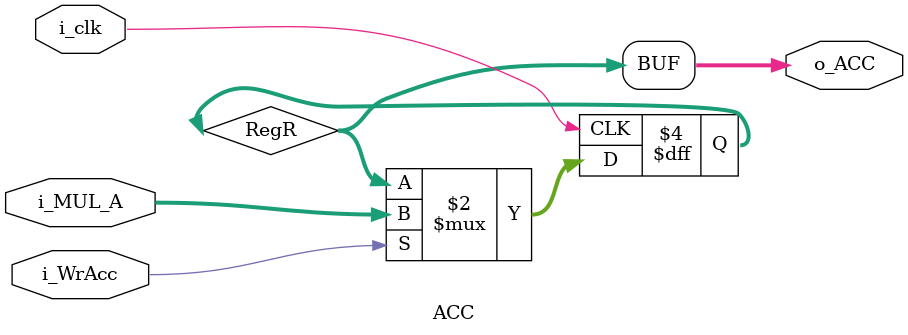
<source format=v>
`timescale 1ns / 1ps

module ACC
#( 
  //parametros
  parameter	N_BUS 	= 16
)
(
  //	ENTRADAS:
  input     signed  [N_BUS-1:0] i_MUL_A,
  input                         i_WrAcc, i_clk,

  //	SALIDAS: 
  output    signed	[N_BUS-1:0] o_ACC
);

  reg       signed	[N_BUS-1:0] RegR;

  always @(posedge i_clk) 
    begin
      if (i_WrAcc) 
        begin
          RegR <= i_MUL_A;
        end
    end

  assign o_ACC = RegR;

endmodule

</source>
